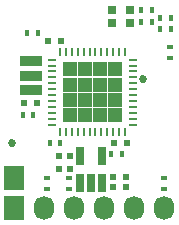
<source format=gts>
G04 #@! TF.FileFunction,Soldermask,Top*
%FSLAX46Y46*%
G04 Gerber Fmt 4.6, Leading zero omitted, Abs format (unit mm)*
G04 Created by KiCad (PCBNEW 4.0.2-stable) date 4/18/2016 9:54:35 PM*
%MOMM*%
G01*
G04 APERTURE LIST*
%ADD10C,0.100000*%
%ADD11R,0.600000X0.500000*%
%ADD12R,0.500000X0.600000*%
%ADD13R,0.797560X0.797560*%
%ADD14R,0.400000X0.600000*%
%ADD15R,0.600000X0.400000*%
%ADD16C,0.685800*%
%ADD17R,0.700000X0.250000*%
%ADD18R,0.250000X0.700000*%
%ADD19R,1.287500X1.287500*%
%ADD20R,0.758800X1.520800*%
%ADD21R,1.900000X0.900000*%
%ADD22R,1.727200X2.032000*%
%ADD23O,1.727200X2.032000*%
G04 APERTURE END LIST*
D10*
D11*
X200110000Y-111696500D03*
X201210000Y-111696500D03*
D12*
X196469000Y-109940000D03*
X196469000Y-111040000D03*
X195580000Y-109940000D03*
X195580000Y-111040000D03*
D11*
X193653500Y-105410000D03*
X192553500Y-105410000D03*
X200237000Y-108839000D03*
X201337000Y-108839000D03*
X200110000Y-112585500D03*
X201210000Y-112585500D03*
X195685500Y-100203000D03*
X194585500Y-100203000D03*
D13*
X201536300Y-97536000D03*
X200037700Y-97536000D03*
X201536300Y-98679000D03*
X200037700Y-98679000D03*
D14*
X192463000Y-106489500D03*
X193363000Y-106489500D03*
X204983500Y-98234500D03*
X204083500Y-98234500D03*
X204083500Y-99187000D03*
X204983500Y-99187000D03*
X199956000Y-109728000D03*
X200856000Y-109728000D03*
D15*
X204978000Y-101605500D03*
X204978000Y-100705500D03*
X194500500Y-112718000D03*
X194500500Y-111818000D03*
X196405500Y-112718000D03*
X196405500Y-111818000D03*
X204470000Y-112718000D03*
X204470000Y-111818000D03*
D14*
X194749000Y-108839000D03*
X195649000Y-108839000D03*
X192844000Y-99504500D03*
X193744000Y-99504500D03*
X202496000Y-97536000D03*
X203396000Y-97536000D03*
X203396000Y-98552000D03*
X202496000Y-98552000D03*
D16*
X191579500Y-108839000D03*
X202692000Y-103441500D03*
D17*
X194974000Y-101771000D03*
X194974000Y-102271000D03*
X194974000Y-102771000D03*
X194974000Y-103271000D03*
X194974000Y-103771000D03*
X194974000Y-104271000D03*
X194974000Y-104771000D03*
X194974000Y-105271000D03*
X194974000Y-105771000D03*
X194974000Y-106271000D03*
X194974000Y-106771000D03*
X194974000Y-107271000D03*
D18*
X195624000Y-107921000D03*
X196124000Y-107921000D03*
X196624000Y-107921000D03*
X197124000Y-107921000D03*
X197624000Y-107921000D03*
X198124000Y-107921000D03*
X198624000Y-107921000D03*
X199124000Y-107921000D03*
X199624000Y-107921000D03*
X200124000Y-107921000D03*
X200624000Y-107921000D03*
X201124000Y-107921000D03*
D17*
X201774000Y-107271000D03*
X201774000Y-106771000D03*
X201774000Y-106271000D03*
X201774000Y-105771000D03*
X201774000Y-105271000D03*
X201774000Y-104771000D03*
X201774000Y-104271000D03*
X201774000Y-103771000D03*
X201774000Y-103271000D03*
X201774000Y-102771000D03*
X201774000Y-102271000D03*
X201774000Y-101771000D03*
D18*
X201124000Y-101121000D03*
X200624000Y-101121000D03*
X200124000Y-101121000D03*
X199624000Y-101121000D03*
X199124000Y-101121000D03*
X198624000Y-101121000D03*
X198124000Y-101121000D03*
X197624000Y-101121000D03*
X197124000Y-101121000D03*
X196624000Y-101121000D03*
X196124000Y-101121000D03*
X195624000Y-101121000D03*
D19*
X200305250Y-106452250D03*
X200305250Y-105164750D03*
X200305250Y-103877250D03*
X200305250Y-102589750D03*
X199017750Y-106452250D03*
X199017750Y-105164750D03*
X199017750Y-103877250D03*
X199017750Y-102589750D03*
X197730250Y-106452250D03*
X197730250Y-105164750D03*
X197730250Y-103877250D03*
X197730250Y-102589750D03*
X196442750Y-106452250D03*
X196442750Y-105164750D03*
X196442750Y-103877250D03*
X196442750Y-102589750D03*
D20*
X197307200Y-112229900D03*
X198247000Y-112229900D03*
X199186800Y-112229900D03*
X199186800Y-109893100D03*
X197307200Y-109893100D03*
D21*
X193167000Y-101924000D03*
X193167000Y-103124000D03*
X193167000Y-104324000D03*
D22*
X191770000Y-111760000D03*
X191770000Y-114300000D03*
D23*
X194310000Y-114300000D03*
X196850000Y-114300000D03*
X199390000Y-114300000D03*
X201930000Y-114300000D03*
X204470000Y-114300000D03*
M02*

</source>
